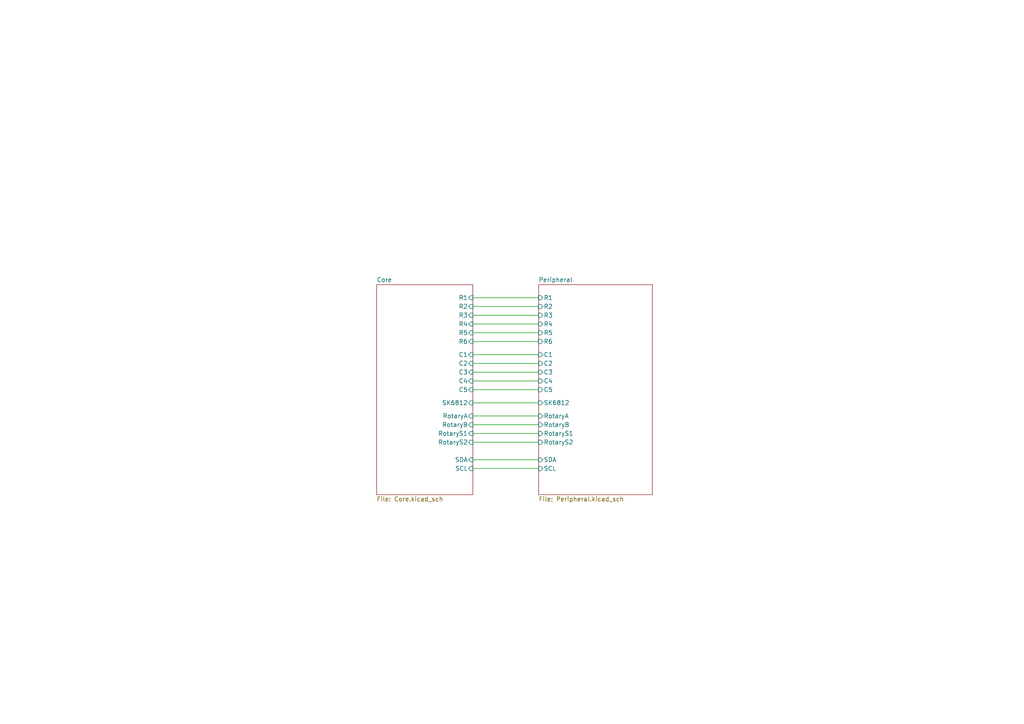
<source format=kicad_sch>
(kicad_sch (version 20210126) (generator eeschema)
  (paper "A4")
  (lib_symbols)
  (wire (pts (xy 137.16 86.36) (xy 156.21 86.36)))
  (wire (pts (xy 137.16 88.9) (xy 156.21 88.9)))
  (wire (pts (xy 137.16 91.44) (xy 156.21 91.44)))
  (wire (pts (xy 137.16 93.98) (xy 156.21 93.98)))
  (wire (pts (xy 137.16 96.52) (xy 156.21 96.52)))
  (wire (pts (xy 137.16 99.06) (xy 156.21 99.06)))
  (wire (pts (xy 137.16 102.87) (xy 156.21 102.87)))
  (wire (pts (xy 137.16 105.41) (xy 156.21 105.41)))
  (wire (pts (xy 137.16 107.95) (xy 156.21 107.95)))
  (wire (pts (xy 137.16 110.49) (xy 156.21 110.49)))
  (wire (pts (xy 137.16 113.03) (xy 156.21 113.03)))
  (wire (pts (xy 137.16 116.84) (xy 156.21 116.84)))
  (wire (pts (xy 137.16 120.65) (xy 156.21 120.65)))
  (wire (pts (xy 137.16 123.19) (xy 156.21 123.19)))
  (wire (pts (xy 137.16 125.73) (xy 156.21 125.73)))
  (wire (pts (xy 137.16 128.27) (xy 156.21 128.27)))
  (wire (pts (xy 137.16 133.35) (xy 156.21 133.35)))
  (wire (pts (xy 137.16 135.89) (xy 156.21 135.89)))
  (sheet (at 109.22 82.55) (size 27.94 60.96) (stroke (width 0.001))
    (property "Sheet name" "Core" (at 109.22 81.9141 0) (effects (justify left bottom)))
    (property "Sheet file" "Core.kicad_sch" (at 109.22 144.0189 0) (effects (justify left top)))
    (pin "R5" input (at 137.16 96.52 0))
    (pin "C2" input (at 137.16 105.41 0))
    (pin "C1" input (at 137.16 102.87 0))
    (pin "R6" input (at 137.16 99.06 0))
    (pin "R2" input (at 137.16 88.9 0))
    (pin "C4" input (at 137.16 110.49 0))
    (pin "C5" input (at 137.16 113.03 0))
    (pin "R3" input (at 137.16 91.44 0))
    (pin "R1" input (at 137.16 86.36 0))
    (pin "C3" input (at 137.16 107.95 0))
    (pin "R4" input (at 137.16 93.98 0))
    (pin "SK6812" input (at 137.16 116.84 0))
    (pin "RotaryB" input (at 137.16 123.19 0))
    (pin "RotaryA" input (at 137.16 120.65 0))
    (pin "SCL" input (at 137.16 135.89 0))
    (pin "RotaryS1" input (at 137.16 125.73 0))
    (pin "SDA" input (at 137.16 133.35 0))
    (pin "RotaryS2" input (at 137.16 128.27 0))
  )
  (sheet (at 156.21 82.55) (size 33.02 60.96) (stroke (width 0.001))
    (property "Sheet name" "Peripheral" (at 156.21 81.9141 0) (effects (justify left bottom)))
    (property "Sheet file" "Peripheral.kicad_sch" (at 156.21 144.0189 0) (effects (justify left top)))
    (pin "R3" input (at 156.21 91.44 180))
    (pin "C4" input (at 156.21 110.49 180))
    (pin "C5" input (at 156.21 113.03 180))
    (pin "R5" input (at 156.21 96.52 180))
    (pin "R6" input (at 156.21 99.06 180))
    (pin "R4" input (at 156.21 93.98 180))
    (pin "R2" input (at 156.21 88.9 180))
    (pin "R1" input (at 156.21 86.36 180))
    (pin "SK6812" input (at 156.21 116.84 180))
    (pin "C2" input (at 156.21 105.41 180))
    (pin "C1" input (at 156.21 102.87 180))
    (pin "C3" input (at 156.21 107.95 180))
    (pin "SDA" input (at 156.21 133.35 180))
    (pin "SCL" input (at 156.21 135.89 180))
    (pin "RotaryA" input (at 156.21 120.65 180))
    (pin "RotaryB" input (at 156.21 123.19 180))
    (pin "RotaryS1" input (at 156.21 125.73 180))
    (pin "RotaryS2" input (at 156.21 128.27 180))
  )
)
</source>
